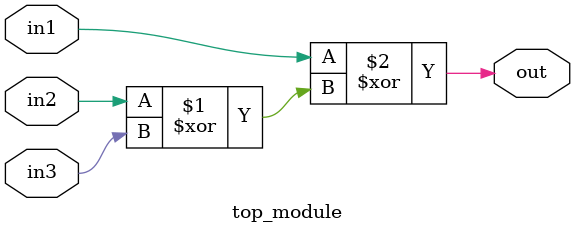
<source format=sv>
module top_module (
  input in1,
  input in2,
  input in3,
  output logic out
);

  assign out = in1 ^ (in2 ^ in3);

endmodule

</source>
